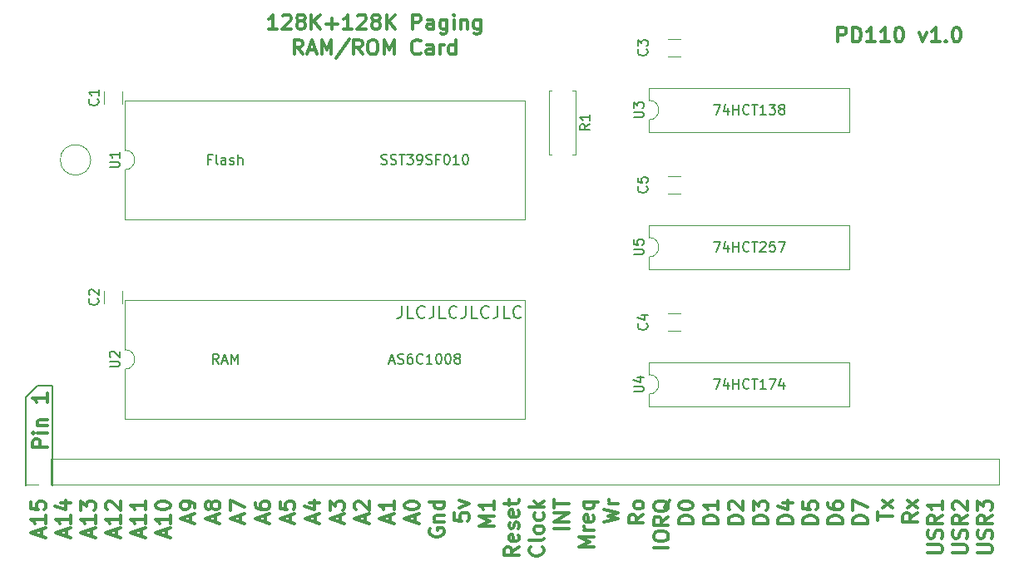
<source format=gbr>
%TF.GenerationSoftware,KiCad,Pcbnew,(5.1.9)-1*%
%TF.CreationDate,2021-04-04T21:48:06-07:00*%
%TF.ProjectId,rc-256page,72632d32-3536-4706-9167-652e6b696361,rev?*%
%TF.SameCoordinates,PX9157080PY9071968*%
%TF.FileFunction,Legend,Top*%
%TF.FilePolarity,Positive*%
%FSLAX46Y46*%
G04 Gerber Fmt 4.6, Leading zero omitted, Abs format (unit mm)*
G04 Created by KiCad (PCBNEW (5.1.9)-1) date 2021-04-04 21:48:06*
%MOMM*%
%LPD*%
G01*
G04 APERTURE LIST*
%ADD10C,0.300000*%
%ADD11C,0.150000*%
%ADD12C,0.200000*%
%ADD13C,0.120000*%
%ADD14C,0.100000*%
G04 APERTURE END LIST*
D10*
X82685714Y45371629D02*
X82685714Y46871629D01*
X83257142Y46871629D01*
X83400000Y46800200D01*
X83471428Y46728772D01*
X83542857Y46585915D01*
X83542857Y46371629D01*
X83471428Y46228772D01*
X83400000Y46157343D01*
X83257142Y46085915D01*
X82685714Y46085915D01*
X84185714Y45371629D02*
X84185714Y46871629D01*
X84542857Y46871629D01*
X84757142Y46800200D01*
X84900000Y46657343D01*
X84971428Y46514486D01*
X85042857Y46228772D01*
X85042857Y46014486D01*
X84971428Y45728772D01*
X84900000Y45585915D01*
X84757142Y45443058D01*
X84542857Y45371629D01*
X84185714Y45371629D01*
X86471428Y45371629D02*
X85614285Y45371629D01*
X86042857Y45371629D02*
X86042857Y46871629D01*
X85900000Y46657343D01*
X85757142Y46514486D01*
X85614285Y46443058D01*
X87900000Y45371629D02*
X87042857Y45371629D01*
X87471428Y45371629D02*
X87471428Y46871629D01*
X87328571Y46657343D01*
X87185714Y46514486D01*
X87042857Y46443058D01*
X88828571Y46871629D02*
X88971428Y46871629D01*
X89114285Y46800200D01*
X89185714Y46728772D01*
X89257142Y46585915D01*
X89328571Y46300200D01*
X89328571Y45943058D01*
X89257142Y45657343D01*
X89185714Y45514486D01*
X89114285Y45443058D01*
X88971428Y45371629D01*
X88828571Y45371629D01*
X88685714Y45443058D01*
X88614285Y45514486D01*
X88542857Y45657343D01*
X88471428Y45943058D01*
X88471428Y46300200D01*
X88542857Y46585915D01*
X88614285Y46728772D01*
X88685714Y46800200D01*
X88828571Y46871629D01*
X90971428Y46371629D02*
X91328571Y45371629D01*
X91685714Y46371629D01*
X93042857Y45371629D02*
X92185714Y45371629D01*
X92614285Y45371629D02*
X92614285Y46871629D01*
X92471428Y46657343D01*
X92328571Y46514486D01*
X92185714Y46443058D01*
X93685714Y45514486D02*
X93757142Y45443058D01*
X93685714Y45371629D01*
X93614285Y45443058D01*
X93685714Y45514486D01*
X93685714Y45371629D01*
X94685714Y46871629D02*
X94828571Y46871629D01*
X94971428Y46800200D01*
X95042857Y46728772D01*
X95114285Y46585915D01*
X95185714Y46300200D01*
X95185714Y45943058D01*
X95114285Y45657343D01*
X95042857Y45514486D01*
X94971428Y45443058D01*
X94828571Y45371629D01*
X94685714Y45371629D01*
X94542857Y45443058D01*
X94471428Y45514486D01*
X94400000Y45657343D01*
X94328571Y45943058D01*
X94328571Y46300200D01*
X94400000Y46585915D01*
X94471428Y46728772D01*
X94542857Y46800200D01*
X94685714Y46871629D01*
D11*
X19629523Y12577820D02*
X19296190Y13054010D01*
X19058095Y12577820D02*
X19058095Y13577820D01*
X19439047Y13577820D01*
X19534285Y13530200D01*
X19581904Y13482581D01*
X19629523Y13387343D01*
X19629523Y13244486D01*
X19581904Y13149248D01*
X19534285Y13101629D01*
X19439047Y13054010D01*
X19058095Y13054010D01*
X20010476Y12863534D02*
X20486666Y12863534D01*
X19915238Y12577820D02*
X20248571Y13577820D01*
X20581904Y12577820D01*
X20915238Y12577820D02*
X20915238Y13577820D01*
X21248571Y12863534D01*
X21581904Y13577820D01*
X21581904Y12577820D01*
X18891428Y33421629D02*
X18558095Y33421629D01*
X18558095Y32897820D02*
X18558095Y33897820D01*
X19034285Y33897820D01*
X19558095Y32897820D02*
X19462857Y32945439D01*
X19415238Y33040677D01*
X19415238Y33897820D01*
X20367619Y32897820D02*
X20367619Y33421629D01*
X20320000Y33516867D01*
X20224761Y33564486D01*
X20034285Y33564486D01*
X19939047Y33516867D01*
X20367619Y32945439D02*
X20272380Y32897820D01*
X20034285Y32897820D01*
X19939047Y32945439D01*
X19891428Y33040677D01*
X19891428Y33135915D01*
X19939047Y33231153D01*
X20034285Y33278772D01*
X20272380Y33278772D01*
X20367619Y33326391D01*
X20796190Y32945439D02*
X20891428Y32897820D01*
X21081904Y32897820D01*
X21177142Y32945439D01*
X21224761Y33040677D01*
X21224761Y33088296D01*
X21177142Y33183534D01*
X21081904Y33231153D01*
X20939047Y33231153D01*
X20843809Y33278772D01*
X20796190Y33374010D01*
X20796190Y33421629D01*
X20843809Y33516867D01*
X20939047Y33564486D01*
X21081904Y33564486D01*
X21177142Y33516867D01*
X21653333Y32897820D02*
X21653333Y33897820D01*
X22081904Y32897820D02*
X22081904Y33421629D01*
X22034285Y33516867D01*
X21939047Y33564486D01*
X21796190Y33564486D01*
X21700952Y33516867D01*
X21653333Y33469248D01*
X38266309Y18488177D02*
X38266309Y17581034D01*
X38205833Y17399605D01*
X38084880Y17278653D01*
X37903452Y17218177D01*
X37782500Y17218177D01*
X39475833Y17218177D02*
X38871071Y17218177D01*
X38871071Y18488177D01*
X40624880Y17339129D02*
X40564404Y17278653D01*
X40382976Y17218177D01*
X40262023Y17218177D01*
X40080595Y17278653D01*
X39959642Y17399605D01*
X39899166Y17520558D01*
X39838690Y17762462D01*
X39838690Y17943891D01*
X39899166Y18185796D01*
X39959642Y18306748D01*
X40080595Y18427700D01*
X40262023Y18488177D01*
X40382976Y18488177D01*
X40564404Y18427700D01*
X40624880Y18367224D01*
X41532023Y18488177D02*
X41532023Y17581034D01*
X41471547Y17399605D01*
X41350595Y17278653D01*
X41169166Y17218177D01*
X41048214Y17218177D01*
X42741547Y17218177D02*
X42136785Y17218177D01*
X42136785Y18488177D01*
X43890595Y17339129D02*
X43830119Y17278653D01*
X43648690Y17218177D01*
X43527738Y17218177D01*
X43346309Y17278653D01*
X43225357Y17399605D01*
X43164880Y17520558D01*
X43104404Y17762462D01*
X43104404Y17943891D01*
X43164880Y18185796D01*
X43225357Y18306748D01*
X43346309Y18427700D01*
X43527738Y18488177D01*
X43648690Y18488177D01*
X43830119Y18427700D01*
X43890595Y18367224D01*
X44797738Y18488177D02*
X44797738Y17581034D01*
X44737261Y17399605D01*
X44616309Y17278653D01*
X44434880Y17218177D01*
X44313928Y17218177D01*
X46007261Y17218177D02*
X45402500Y17218177D01*
X45402500Y18488177D01*
X47156309Y17339129D02*
X47095833Y17278653D01*
X46914404Y17218177D01*
X46793452Y17218177D01*
X46612023Y17278653D01*
X46491071Y17399605D01*
X46430595Y17520558D01*
X46370119Y17762462D01*
X46370119Y17943891D01*
X46430595Y18185796D01*
X46491071Y18306748D01*
X46612023Y18427700D01*
X46793452Y18488177D01*
X46914404Y18488177D01*
X47095833Y18427700D01*
X47156309Y18367224D01*
X48063452Y18488177D02*
X48063452Y17581034D01*
X48002976Y17399605D01*
X47882023Y17278653D01*
X47700595Y17218177D01*
X47579642Y17218177D01*
X49272976Y17218177D02*
X48668214Y17218177D01*
X48668214Y18488177D01*
X50422023Y17339129D02*
X50361547Y17278653D01*
X50180119Y17218177D01*
X50059166Y17218177D01*
X49877738Y17278653D01*
X49756785Y17399605D01*
X49696309Y17520558D01*
X49635833Y17762462D01*
X49635833Y17943891D01*
X49696309Y18185796D01*
X49756785Y18306748D01*
X49877738Y18427700D01*
X50059166Y18488177D01*
X50180119Y18488177D01*
X50361547Y18427700D01*
X50422023Y18367224D01*
D10*
X25595714Y46646629D02*
X24738571Y46646629D01*
X25167142Y46646629D02*
X25167142Y48146629D01*
X25024285Y47932343D01*
X24881428Y47789486D01*
X24738571Y47718058D01*
X26167142Y48003772D02*
X26238571Y48075200D01*
X26381428Y48146629D01*
X26738571Y48146629D01*
X26881428Y48075200D01*
X26952857Y48003772D01*
X27024285Y47860915D01*
X27024285Y47718058D01*
X26952857Y47503772D01*
X26095714Y46646629D01*
X27024285Y46646629D01*
X27881428Y47503772D02*
X27738571Y47575200D01*
X27667142Y47646629D01*
X27595714Y47789486D01*
X27595714Y47860915D01*
X27667142Y48003772D01*
X27738571Y48075200D01*
X27881428Y48146629D01*
X28167142Y48146629D01*
X28310000Y48075200D01*
X28381428Y48003772D01*
X28452857Y47860915D01*
X28452857Y47789486D01*
X28381428Y47646629D01*
X28310000Y47575200D01*
X28167142Y47503772D01*
X27881428Y47503772D01*
X27738571Y47432343D01*
X27667142Y47360915D01*
X27595714Y47218058D01*
X27595714Y46932343D01*
X27667142Y46789486D01*
X27738571Y46718058D01*
X27881428Y46646629D01*
X28167142Y46646629D01*
X28310000Y46718058D01*
X28381428Y46789486D01*
X28452857Y46932343D01*
X28452857Y47218058D01*
X28381428Y47360915D01*
X28310000Y47432343D01*
X28167142Y47503772D01*
X29095714Y46646629D02*
X29095714Y48146629D01*
X29952857Y46646629D02*
X29310000Y47503772D01*
X29952857Y48146629D02*
X29095714Y47289486D01*
X30595714Y47218058D02*
X31738571Y47218058D01*
X31167142Y46646629D02*
X31167142Y47789486D01*
X33238571Y46646629D02*
X32381428Y46646629D01*
X32810000Y46646629D02*
X32810000Y48146629D01*
X32667142Y47932343D01*
X32524285Y47789486D01*
X32381428Y47718058D01*
X33810000Y48003772D02*
X33881428Y48075200D01*
X34024285Y48146629D01*
X34381428Y48146629D01*
X34524285Y48075200D01*
X34595714Y48003772D01*
X34667142Y47860915D01*
X34667142Y47718058D01*
X34595714Y47503772D01*
X33738571Y46646629D01*
X34667142Y46646629D01*
X35524285Y47503772D02*
X35381428Y47575200D01*
X35310000Y47646629D01*
X35238571Y47789486D01*
X35238571Y47860915D01*
X35310000Y48003772D01*
X35381428Y48075200D01*
X35524285Y48146629D01*
X35810000Y48146629D01*
X35952857Y48075200D01*
X36024285Y48003772D01*
X36095714Y47860915D01*
X36095714Y47789486D01*
X36024285Y47646629D01*
X35952857Y47575200D01*
X35810000Y47503772D01*
X35524285Y47503772D01*
X35381428Y47432343D01*
X35310000Y47360915D01*
X35238571Y47218058D01*
X35238571Y46932343D01*
X35310000Y46789486D01*
X35381428Y46718058D01*
X35524285Y46646629D01*
X35810000Y46646629D01*
X35952857Y46718058D01*
X36024285Y46789486D01*
X36095714Y46932343D01*
X36095714Y47218058D01*
X36024285Y47360915D01*
X35952857Y47432343D01*
X35810000Y47503772D01*
X36738571Y46646629D02*
X36738571Y48146629D01*
X37595714Y46646629D02*
X36952857Y47503772D01*
X37595714Y48146629D02*
X36738571Y47289486D01*
X39381428Y46646629D02*
X39381428Y48146629D01*
X39952857Y48146629D01*
X40095714Y48075200D01*
X40167142Y48003772D01*
X40238571Y47860915D01*
X40238571Y47646629D01*
X40167142Y47503772D01*
X40095714Y47432343D01*
X39952857Y47360915D01*
X39381428Y47360915D01*
X41524285Y46646629D02*
X41524285Y47432343D01*
X41452857Y47575200D01*
X41310000Y47646629D01*
X41024285Y47646629D01*
X40881428Y47575200D01*
X41524285Y46718058D02*
X41381428Y46646629D01*
X41024285Y46646629D01*
X40881428Y46718058D01*
X40810000Y46860915D01*
X40810000Y47003772D01*
X40881428Y47146629D01*
X41024285Y47218058D01*
X41381428Y47218058D01*
X41524285Y47289486D01*
X42881428Y47646629D02*
X42881428Y46432343D01*
X42810000Y46289486D01*
X42738571Y46218058D01*
X42595714Y46146629D01*
X42381428Y46146629D01*
X42238571Y46218058D01*
X42881428Y46718058D02*
X42738571Y46646629D01*
X42452857Y46646629D01*
X42310000Y46718058D01*
X42238571Y46789486D01*
X42167142Y46932343D01*
X42167142Y47360915D01*
X42238571Y47503772D01*
X42310000Y47575200D01*
X42452857Y47646629D01*
X42738571Y47646629D01*
X42881428Y47575200D01*
X43595714Y46646629D02*
X43595714Y47646629D01*
X43595714Y48146629D02*
X43524285Y48075200D01*
X43595714Y48003772D01*
X43667142Y48075200D01*
X43595714Y48146629D01*
X43595714Y48003772D01*
X44310000Y47646629D02*
X44310000Y46646629D01*
X44310000Y47503772D02*
X44381428Y47575200D01*
X44524285Y47646629D01*
X44738571Y47646629D01*
X44881428Y47575200D01*
X44952857Y47432343D01*
X44952857Y46646629D01*
X46310000Y47646629D02*
X46310000Y46432343D01*
X46238571Y46289486D01*
X46167142Y46218058D01*
X46024285Y46146629D01*
X45810000Y46146629D01*
X45667142Y46218058D01*
X46310000Y46718058D02*
X46167142Y46646629D01*
X45881428Y46646629D01*
X45738571Y46718058D01*
X45667142Y46789486D01*
X45595714Y46932343D01*
X45595714Y47360915D01*
X45667142Y47503772D01*
X45738571Y47575200D01*
X45881428Y47646629D01*
X46167142Y47646629D01*
X46310000Y47575200D01*
X28202857Y44096629D02*
X27702857Y44810915D01*
X27345714Y44096629D02*
X27345714Y45596629D01*
X27917142Y45596629D01*
X28060000Y45525200D01*
X28131428Y45453772D01*
X28202857Y45310915D01*
X28202857Y45096629D01*
X28131428Y44953772D01*
X28060000Y44882343D01*
X27917142Y44810915D01*
X27345714Y44810915D01*
X28774285Y44525200D02*
X29488571Y44525200D01*
X28631428Y44096629D02*
X29131428Y45596629D01*
X29631428Y44096629D01*
X30131428Y44096629D02*
X30131428Y45596629D01*
X30631428Y44525200D01*
X31131428Y45596629D01*
X31131428Y44096629D01*
X32917142Y45668058D02*
X31631428Y43739486D01*
X34274285Y44096629D02*
X33774285Y44810915D01*
X33417142Y44096629D02*
X33417142Y45596629D01*
X33988571Y45596629D01*
X34131428Y45525200D01*
X34202857Y45453772D01*
X34274285Y45310915D01*
X34274285Y45096629D01*
X34202857Y44953772D01*
X34131428Y44882343D01*
X33988571Y44810915D01*
X33417142Y44810915D01*
X35202857Y45596629D02*
X35488571Y45596629D01*
X35631428Y45525200D01*
X35774285Y45382343D01*
X35845714Y45096629D01*
X35845714Y44596629D01*
X35774285Y44310915D01*
X35631428Y44168058D01*
X35488571Y44096629D01*
X35202857Y44096629D01*
X35060000Y44168058D01*
X34917142Y44310915D01*
X34845714Y44596629D01*
X34845714Y45096629D01*
X34917142Y45382343D01*
X35060000Y45525200D01*
X35202857Y45596629D01*
X36488571Y44096629D02*
X36488571Y45596629D01*
X36988571Y44525200D01*
X37488571Y45596629D01*
X37488571Y44096629D01*
X40202857Y44239486D02*
X40131428Y44168058D01*
X39917142Y44096629D01*
X39774285Y44096629D01*
X39560000Y44168058D01*
X39417142Y44310915D01*
X39345714Y44453772D01*
X39274285Y44739486D01*
X39274285Y44953772D01*
X39345714Y45239486D01*
X39417142Y45382343D01*
X39560000Y45525200D01*
X39774285Y45596629D01*
X39917142Y45596629D01*
X40131428Y45525200D01*
X40202857Y45453772D01*
X41488571Y44096629D02*
X41488571Y44882343D01*
X41417142Y45025200D01*
X41274285Y45096629D01*
X40988571Y45096629D01*
X40845714Y45025200D01*
X41488571Y44168058D02*
X41345714Y44096629D01*
X40988571Y44096629D01*
X40845714Y44168058D01*
X40774285Y44310915D01*
X40774285Y44453772D01*
X40845714Y44596629D01*
X40988571Y44668058D01*
X41345714Y44668058D01*
X41488571Y44739486D01*
X42202857Y44096629D02*
X42202857Y45096629D01*
X42202857Y44810915D02*
X42274285Y44953772D01*
X42345714Y45025200D01*
X42488571Y45096629D01*
X42631428Y45096629D01*
X43774285Y44096629D02*
X43774285Y45596629D01*
X43774285Y44168058D02*
X43631428Y44096629D01*
X43345714Y44096629D01*
X43202857Y44168058D01*
X43131428Y44239486D01*
X43060000Y44382343D01*
X43060000Y44810915D01*
X43131428Y44953772D01*
X43202857Y45025200D01*
X43345714Y45096629D01*
X43631428Y45096629D01*
X43774285Y45025200D01*
X1613333Y-4991942D02*
X1613333Y-4277657D01*
X2039047Y-5134800D02*
X549047Y-4634800D01*
X2039047Y-4134800D01*
X2039047Y-2849085D02*
X2039047Y-3706228D01*
X2039047Y-3277657D02*
X549047Y-3277657D01*
X761904Y-3420514D01*
X903809Y-3563371D01*
X974761Y-3706228D01*
X549047Y-1491942D02*
X549047Y-2206228D01*
X1258571Y-2277657D01*
X1187619Y-2206228D01*
X1116666Y-2063371D01*
X1116666Y-1706228D01*
X1187619Y-1563371D01*
X1258571Y-1491942D01*
X1400476Y-1420514D01*
X1755238Y-1420514D01*
X1897142Y-1491942D01*
X1968095Y-1563371D01*
X2039047Y-1706228D01*
X2039047Y-2063371D01*
X1968095Y-2206228D01*
X1897142Y-2277657D01*
X4148333Y-4991942D02*
X4148333Y-4277657D01*
X4574047Y-5134800D02*
X3084047Y-4634800D01*
X4574047Y-4134800D01*
X4574047Y-2849085D02*
X4574047Y-3706228D01*
X4574047Y-3277657D02*
X3084047Y-3277657D01*
X3296904Y-3420514D01*
X3438809Y-3563371D01*
X3509761Y-3706228D01*
X3580714Y-1563371D02*
X4574047Y-1563371D01*
X3013095Y-1920514D02*
X4077380Y-2277657D01*
X4077380Y-1349085D01*
X6683333Y-4991942D02*
X6683333Y-4277657D01*
X7109047Y-5134800D02*
X5619047Y-4634800D01*
X7109047Y-4134800D01*
X7109047Y-2849085D02*
X7109047Y-3706228D01*
X7109047Y-3277657D02*
X5619047Y-3277657D01*
X5831904Y-3420514D01*
X5973809Y-3563371D01*
X6044761Y-3706228D01*
X5619047Y-2349085D02*
X5619047Y-1420514D01*
X6186666Y-1920514D01*
X6186666Y-1706228D01*
X6257619Y-1563371D01*
X6328571Y-1491942D01*
X6470476Y-1420514D01*
X6825238Y-1420514D01*
X6967142Y-1491942D01*
X7038095Y-1563371D01*
X7109047Y-1706228D01*
X7109047Y-2134800D01*
X7038095Y-2277657D01*
X6967142Y-2349085D01*
X9218333Y-4991942D02*
X9218333Y-4277657D01*
X9644047Y-5134800D02*
X8154047Y-4634800D01*
X9644047Y-4134800D01*
X9644047Y-2849085D02*
X9644047Y-3706228D01*
X9644047Y-3277657D02*
X8154047Y-3277657D01*
X8366904Y-3420514D01*
X8508809Y-3563371D01*
X8579761Y-3706228D01*
X8295952Y-2277657D02*
X8225000Y-2206228D01*
X8154047Y-2063371D01*
X8154047Y-1706228D01*
X8225000Y-1563371D01*
X8295952Y-1491942D01*
X8437857Y-1420514D01*
X8579761Y-1420514D01*
X8792619Y-1491942D01*
X9644047Y-2349085D01*
X9644047Y-1420514D01*
X11753333Y-4991942D02*
X11753333Y-4277657D01*
X12179047Y-5134800D02*
X10689047Y-4634800D01*
X12179047Y-4134800D01*
X12179047Y-2849085D02*
X12179047Y-3706228D01*
X12179047Y-3277657D02*
X10689047Y-3277657D01*
X10901904Y-3420514D01*
X11043809Y-3563371D01*
X11114761Y-3706228D01*
X12179047Y-1420514D02*
X12179047Y-2277657D01*
X12179047Y-1849085D02*
X10689047Y-1849085D01*
X10901904Y-1991942D01*
X11043809Y-2134800D01*
X11114761Y-2277657D01*
X14288333Y-4991942D02*
X14288333Y-4277657D01*
X14714047Y-5134800D02*
X13224047Y-4634800D01*
X14714047Y-4134800D01*
X14714047Y-2849085D02*
X14714047Y-3706228D01*
X14714047Y-3277657D02*
X13224047Y-3277657D01*
X13436904Y-3420514D01*
X13578809Y-3563371D01*
X13649761Y-3706228D01*
X13224047Y-1920514D02*
X13224047Y-1777657D01*
X13295000Y-1634800D01*
X13365952Y-1563371D01*
X13507857Y-1491942D01*
X13791666Y-1420514D01*
X14146428Y-1420514D01*
X14430238Y-1491942D01*
X14572142Y-1563371D01*
X14643095Y-1634800D01*
X14714047Y-1777657D01*
X14714047Y-1920514D01*
X14643095Y-2063371D01*
X14572142Y-2134800D01*
X14430238Y-2206228D01*
X14146428Y-2277657D01*
X13791666Y-2277657D01*
X13507857Y-2206228D01*
X13365952Y-2134800D01*
X13295000Y-2063371D01*
X13224047Y-1920514D01*
X16823333Y-3563371D02*
X16823333Y-2849085D01*
X17249047Y-3706228D02*
X15759047Y-3206228D01*
X17249047Y-2706228D01*
X17249047Y-2134800D02*
X17249047Y-1849085D01*
X17178095Y-1706228D01*
X17107142Y-1634800D01*
X16894285Y-1491942D01*
X16610476Y-1420514D01*
X16042857Y-1420514D01*
X15900952Y-1491942D01*
X15830000Y-1563371D01*
X15759047Y-1706228D01*
X15759047Y-1991942D01*
X15830000Y-2134800D01*
X15900952Y-2206228D01*
X16042857Y-2277657D01*
X16397619Y-2277657D01*
X16539523Y-2206228D01*
X16610476Y-2134800D01*
X16681428Y-1991942D01*
X16681428Y-1706228D01*
X16610476Y-1563371D01*
X16539523Y-1491942D01*
X16397619Y-1420514D01*
X19358333Y-3563371D02*
X19358333Y-2849085D01*
X19784047Y-3706228D02*
X18294047Y-3206228D01*
X19784047Y-2706228D01*
X18932619Y-1991942D02*
X18861666Y-2134800D01*
X18790714Y-2206228D01*
X18648809Y-2277657D01*
X18577857Y-2277657D01*
X18435952Y-2206228D01*
X18365000Y-2134800D01*
X18294047Y-1991942D01*
X18294047Y-1706228D01*
X18365000Y-1563371D01*
X18435952Y-1491942D01*
X18577857Y-1420514D01*
X18648809Y-1420514D01*
X18790714Y-1491942D01*
X18861666Y-1563371D01*
X18932619Y-1706228D01*
X18932619Y-1991942D01*
X19003571Y-2134800D01*
X19074523Y-2206228D01*
X19216428Y-2277657D01*
X19500238Y-2277657D01*
X19642142Y-2206228D01*
X19713095Y-2134800D01*
X19784047Y-1991942D01*
X19784047Y-1706228D01*
X19713095Y-1563371D01*
X19642142Y-1491942D01*
X19500238Y-1420514D01*
X19216428Y-1420514D01*
X19074523Y-1491942D01*
X19003571Y-1563371D01*
X18932619Y-1706228D01*
X21893333Y-3563371D02*
X21893333Y-2849085D01*
X22319047Y-3706228D02*
X20829047Y-3206228D01*
X22319047Y-2706228D01*
X20829047Y-2349085D02*
X20829047Y-1349085D01*
X22319047Y-1991942D01*
X24428333Y-3563371D02*
X24428333Y-2849085D01*
X24854047Y-3706228D02*
X23364047Y-3206228D01*
X24854047Y-2706228D01*
X23364047Y-1563371D02*
X23364047Y-1849085D01*
X23435000Y-1991942D01*
X23505952Y-2063371D01*
X23718809Y-2206228D01*
X24002619Y-2277657D01*
X24570238Y-2277657D01*
X24712142Y-2206228D01*
X24783095Y-2134800D01*
X24854047Y-1991942D01*
X24854047Y-1706228D01*
X24783095Y-1563371D01*
X24712142Y-1491942D01*
X24570238Y-1420514D01*
X24215476Y-1420514D01*
X24073571Y-1491942D01*
X24002619Y-1563371D01*
X23931666Y-1706228D01*
X23931666Y-1991942D01*
X24002619Y-2134800D01*
X24073571Y-2206228D01*
X24215476Y-2277657D01*
X26963333Y-3563371D02*
X26963333Y-2849085D01*
X27389047Y-3706228D02*
X25899047Y-3206228D01*
X27389047Y-2706228D01*
X25899047Y-1491942D02*
X25899047Y-2206228D01*
X26608571Y-2277657D01*
X26537619Y-2206228D01*
X26466666Y-2063371D01*
X26466666Y-1706228D01*
X26537619Y-1563371D01*
X26608571Y-1491942D01*
X26750476Y-1420514D01*
X27105238Y-1420514D01*
X27247142Y-1491942D01*
X27318095Y-1563371D01*
X27389047Y-1706228D01*
X27389047Y-2063371D01*
X27318095Y-2206228D01*
X27247142Y-2277657D01*
X29498333Y-3563371D02*
X29498333Y-2849085D01*
X29924047Y-3706228D02*
X28434047Y-3206228D01*
X29924047Y-2706228D01*
X28930714Y-1563371D02*
X29924047Y-1563371D01*
X28363095Y-1920514D02*
X29427380Y-2277657D01*
X29427380Y-1349085D01*
X32033333Y-3563371D02*
X32033333Y-2849085D01*
X32459047Y-3706228D02*
X30969047Y-3206228D01*
X32459047Y-2706228D01*
X30969047Y-2349085D02*
X30969047Y-1420514D01*
X31536666Y-1920514D01*
X31536666Y-1706228D01*
X31607619Y-1563371D01*
X31678571Y-1491942D01*
X31820476Y-1420514D01*
X32175238Y-1420514D01*
X32317142Y-1491942D01*
X32388095Y-1563371D01*
X32459047Y-1706228D01*
X32459047Y-2134800D01*
X32388095Y-2277657D01*
X32317142Y-2349085D01*
X34568333Y-3563371D02*
X34568333Y-2849085D01*
X34994047Y-3706228D02*
X33504047Y-3206228D01*
X34994047Y-2706228D01*
X33645952Y-2277657D02*
X33575000Y-2206228D01*
X33504047Y-2063371D01*
X33504047Y-1706228D01*
X33575000Y-1563371D01*
X33645952Y-1491942D01*
X33787857Y-1420514D01*
X33929761Y-1420514D01*
X34142619Y-1491942D01*
X34994047Y-2349085D01*
X34994047Y-1420514D01*
X37103333Y-3563371D02*
X37103333Y-2849085D01*
X37529047Y-3706228D02*
X36039047Y-3206228D01*
X37529047Y-2706228D01*
X37529047Y-1420514D02*
X37529047Y-2277657D01*
X37529047Y-1849085D02*
X36039047Y-1849085D01*
X36251904Y-1991942D01*
X36393809Y-2134800D01*
X36464761Y-2277657D01*
X39638333Y-3563371D02*
X39638333Y-2849085D01*
X40064047Y-3706228D02*
X38574047Y-3206228D01*
X40064047Y-2706228D01*
X38574047Y-1920514D02*
X38574047Y-1777657D01*
X38645000Y-1634800D01*
X38715952Y-1563371D01*
X38857857Y-1491942D01*
X39141666Y-1420514D01*
X39496428Y-1420514D01*
X39780238Y-1491942D01*
X39922142Y-1563371D01*
X39993095Y-1634800D01*
X40064047Y-1777657D01*
X40064047Y-1920514D01*
X39993095Y-2063371D01*
X39922142Y-2134800D01*
X39780238Y-2206228D01*
X39496428Y-2277657D01*
X39141666Y-2277657D01*
X38857857Y-2206228D01*
X38715952Y-2134800D01*
X38645000Y-2063371D01*
X38574047Y-1920514D01*
X41180000Y-4206228D02*
X41109047Y-4349085D01*
X41109047Y-4563371D01*
X41180000Y-4777657D01*
X41321904Y-4920514D01*
X41463809Y-4991942D01*
X41747619Y-5063371D01*
X41960476Y-5063371D01*
X42244285Y-4991942D01*
X42386190Y-4920514D01*
X42528095Y-4777657D01*
X42599047Y-4563371D01*
X42599047Y-4420514D01*
X42528095Y-4206228D01*
X42457142Y-4134800D01*
X41960476Y-4134800D01*
X41960476Y-4420514D01*
X41605714Y-3491942D02*
X42599047Y-3491942D01*
X41747619Y-3491942D02*
X41676666Y-3420514D01*
X41605714Y-3277657D01*
X41605714Y-3063371D01*
X41676666Y-2920514D01*
X41818571Y-2849085D01*
X42599047Y-2849085D01*
X42599047Y-1491942D02*
X41109047Y-1491942D01*
X42528095Y-1491942D02*
X42599047Y-1634800D01*
X42599047Y-1920514D01*
X42528095Y-2063371D01*
X42457142Y-2134800D01*
X42315238Y-2206228D01*
X41889523Y-2206228D01*
X41747619Y-2134800D01*
X41676666Y-2063371D01*
X41605714Y-1920514D01*
X41605714Y-1634800D01*
X41676666Y-1491942D01*
X43644047Y-2634800D02*
X43644047Y-3349085D01*
X44353571Y-3420514D01*
X44282619Y-3349085D01*
X44211666Y-3206228D01*
X44211666Y-2849085D01*
X44282619Y-2706228D01*
X44353571Y-2634800D01*
X44495476Y-2563371D01*
X44850238Y-2563371D01*
X44992142Y-2634800D01*
X45063095Y-2706228D01*
X45134047Y-2849085D01*
X45134047Y-3206228D01*
X45063095Y-3349085D01*
X44992142Y-3420514D01*
X44140714Y-2063371D02*
X45134047Y-1706228D01*
X44140714Y-1349085D01*
X47669047Y-3920514D02*
X46179047Y-3920514D01*
X47243333Y-3420514D01*
X46179047Y-2920514D01*
X47669047Y-2920514D01*
X47669047Y-1420514D02*
X47669047Y-2277657D01*
X47669047Y-1849085D02*
X46179047Y-1849085D01*
X46391904Y-1991942D01*
X46533809Y-2134800D01*
X46604761Y-2277657D01*
X50204047Y-6063371D02*
X49494523Y-6563371D01*
X50204047Y-6920514D02*
X48714047Y-6920514D01*
X48714047Y-6349085D01*
X48785000Y-6206228D01*
X48855952Y-6134800D01*
X48997857Y-6063371D01*
X49210714Y-6063371D01*
X49352619Y-6134800D01*
X49423571Y-6206228D01*
X49494523Y-6349085D01*
X49494523Y-6920514D01*
X50133095Y-4849085D02*
X50204047Y-4991942D01*
X50204047Y-5277657D01*
X50133095Y-5420514D01*
X49991190Y-5491942D01*
X49423571Y-5491942D01*
X49281666Y-5420514D01*
X49210714Y-5277657D01*
X49210714Y-4991942D01*
X49281666Y-4849085D01*
X49423571Y-4777657D01*
X49565476Y-4777657D01*
X49707380Y-5491942D01*
X50133095Y-4206228D02*
X50204047Y-4063371D01*
X50204047Y-3777657D01*
X50133095Y-3634800D01*
X49991190Y-3563371D01*
X49920238Y-3563371D01*
X49778333Y-3634800D01*
X49707380Y-3777657D01*
X49707380Y-3991942D01*
X49636428Y-4134800D01*
X49494523Y-4206228D01*
X49423571Y-4206228D01*
X49281666Y-4134800D01*
X49210714Y-3991942D01*
X49210714Y-3777657D01*
X49281666Y-3634800D01*
X50133095Y-2349085D02*
X50204047Y-2491942D01*
X50204047Y-2777657D01*
X50133095Y-2920514D01*
X49991190Y-2991942D01*
X49423571Y-2991942D01*
X49281666Y-2920514D01*
X49210714Y-2777657D01*
X49210714Y-2491942D01*
X49281666Y-2349085D01*
X49423571Y-2277657D01*
X49565476Y-2277657D01*
X49707380Y-2991942D01*
X49210714Y-1849085D02*
X49210714Y-1277657D01*
X48714047Y-1634800D02*
X49991190Y-1634800D01*
X50133095Y-1563371D01*
X50204047Y-1420514D01*
X50204047Y-1277657D01*
X52597142Y-6063371D02*
X52668095Y-6134800D01*
X52739047Y-6349085D01*
X52739047Y-6491942D01*
X52668095Y-6706228D01*
X52526190Y-6849085D01*
X52384285Y-6920514D01*
X52100476Y-6991942D01*
X51887619Y-6991942D01*
X51603809Y-6920514D01*
X51461904Y-6849085D01*
X51320000Y-6706228D01*
X51249047Y-6491942D01*
X51249047Y-6349085D01*
X51320000Y-6134800D01*
X51390952Y-6063371D01*
X52739047Y-5206228D02*
X52668095Y-5349085D01*
X52526190Y-5420514D01*
X51249047Y-5420514D01*
X52739047Y-4420514D02*
X52668095Y-4563371D01*
X52597142Y-4634800D01*
X52455238Y-4706228D01*
X52029523Y-4706228D01*
X51887619Y-4634800D01*
X51816666Y-4563371D01*
X51745714Y-4420514D01*
X51745714Y-4206228D01*
X51816666Y-4063371D01*
X51887619Y-3991942D01*
X52029523Y-3920514D01*
X52455238Y-3920514D01*
X52597142Y-3991942D01*
X52668095Y-4063371D01*
X52739047Y-4206228D01*
X52739047Y-4420514D01*
X52668095Y-2634800D02*
X52739047Y-2777657D01*
X52739047Y-3063371D01*
X52668095Y-3206228D01*
X52597142Y-3277657D01*
X52455238Y-3349085D01*
X52029523Y-3349085D01*
X51887619Y-3277657D01*
X51816666Y-3206228D01*
X51745714Y-3063371D01*
X51745714Y-2777657D01*
X51816666Y-2634800D01*
X52739047Y-1991942D02*
X51249047Y-1991942D01*
X52171428Y-1849085D02*
X52739047Y-1420514D01*
X51745714Y-1420514D02*
X52313333Y-1991942D01*
X55274047Y-4206228D02*
X53784047Y-4206228D01*
X55274047Y-3491942D02*
X53784047Y-3491942D01*
X55274047Y-2634800D01*
X53784047Y-2634800D01*
X53784047Y-2134800D02*
X53784047Y-1277657D01*
X55274047Y-1706228D02*
X53784047Y-1706228D01*
X57809047Y-6063371D02*
X56319047Y-6063371D01*
X57383333Y-5563371D01*
X56319047Y-5063371D01*
X57809047Y-5063371D01*
X57809047Y-4349085D02*
X56815714Y-4349085D01*
X57099523Y-4349085D02*
X56957619Y-4277657D01*
X56886666Y-4206228D01*
X56815714Y-4063371D01*
X56815714Y-3920514D01*
X57738095Y-2849085D02*
X57809047Y-2991942D01*
X57809047Y-3277657D01*
X57738095Y-3420514D01*
X57596190Y-3491942D01*
X57028571Y-3491942D01*
X56886666Y-3420514D01*
X56815714Y-3277657D01*
X56815714Y-2991942D01*
X56886666Y-2849085D01*
X57028571Y-2777657D01*
X57170476Y-2777657D01*
X57312380Y-3491942D01*
X56815714Y-1491942D02*
X58305714Y-1491942D01*
X57738095Y-1491942D02*
X57809047Y-1634800D01*
X57809047Y-1920514D01*
X57738095Y-2063371D01*
X57667142Y-2134800D01*
X57525238Y-2206228D01*
X57099523Y-2206228D01*
X56957619Y-2134800D01*
X56886666Y-2063371D01*
X56815714Y-1920514D01*
X56815714Y-1634800D01*
X56886666Y-1491942D01*
X58854047Y-3563371D02*
X60344047Y-3206228D01*
X59279761Y-2920514D01*
X60344047Y-2634800D01*
X58854047Y-2277657D01*
X60344047Y-1706228D02*
X59350714Y-1706228D01*
X59634523Y-1706228D02*
X59492619Y-1634800D01*
X59421666Y-1563371D01*
X59350714Y-1420514D01*
X59350714Y-1277657D01*
X62879047Y-2777657D02*
X62169523Y-3277657D01*
X62879047Y-3634800D02*
X61389047Y-3634800D01*
X61389047Y-3063371D01*
X61460000Y-2920514D01*
X61530952Y-2849085D01*
X61672857Y-2777657D01*
X61885714Y-2777657D01*
X62027619Y-2849085D01*
X62098571Y-2920514D01*
X62169523Y-3063371D01*
X62169523Y-3634800D01*
X62879047Y-1920514D02*
X62808095Y-2063371D01*
X62737142Y-2134800D01*
X62595238Y-2206228D01*
X62169523Y-2206228D01*
X62027619Y-2134800D01*
X61956666Y-2063371D01*
X61885714Y-1920514D01*
X61885714Y-1706228D01*
X61956666Y-1563371D01*
X62027619Y-1491942D01*
X62169523Y-1420514D01*
X62595238Y-1420514D01*
X62737142Y-1491942D01*
X62808095Y-1563371D01*
X62879047Y-1706228D01*
X62879047Y-1920514D01*
X65414047Y-6134800D02*
X63924047Y-6134800D01*
X63924047Y-5134800D02*
X63924047Y-4849085D01*
X63995000Y-4706228D01*
X64136904Y-4563371D01*
X64420714Y-4491942D01*
X64917380Y-4491942D01*
X65201190Y-4563371D01*
X65343095Y-4706228D01*
X65414047Y-4849085D01*
X65414047Y-5134800D01*
X65343095Y-5277657D01*
X65201190Y-5420514D01*
X64917380Y-5491942D01*
X64420714Y-5491942D01*
X64136904Y-5420514D01*
X63995000Y-5277657D01*
X63924047Y-5134800D01*
X65414047Y-2991942D02*
X64704523Y-3491942D01*
X65414047Y-3849085D02*
X63924047Y-3849085D01*
X63924047Y-3277657D01*
X63995000Y-3134800D01*
X64065952Y-3063371D01*
X64207857Y-2991942D01*
X64420714Y-2991942D01*
X64562619Y-3063371D01*
X64633571Y-3134800D01*
X64704523Y-3277657D01*
X64704523Y-3849085D01*
X65555952Y-1349085D02*
X65485000Y-1491942D01*
X65343095Y-1634800D01*
X65130238Y-1849085D01*
X65059285Y-1991942D01*
X65059285Y-2134800D01*
X65414047Y-2063371D02*
X65343095Y-2206228D01*
X65201190Y-2349085D01*
X64917380Y-2420514D01*
X64420714Y-2420514D01*
X64136904Y-2349085D01*
X63995000Y-2206228D01*
X63924047Y-2063371D01*
X63924047Y-1777657D01*
X63995000Y-1634800D01*
X64136904Y-1491942D01*
X64420714Y-1420514D01*
X64917380Y-1420514D01*
X65201190Y-1491942D01*
X65343095Y-1634800D01*
X65414047Y-1777657D01*
X65414047Y-2063371D01*
X67949047Y-3706228D02*
X66459047Y-3706228D01*
X66459047Y-3349085D01*
X66530000Y-3134800D01*
X66671904Y-2991942D01*
X66813809Y-2920514D01*
X67097619Y-2849085D01*
X67310476Y-2849085D01*
X67594285Y-2920514D01*
X67736190Y-2991942D01*
X67878095Y-3134800D01*
X67949047Y-3349085D01*
X67949047Y-3706228D01*
X66459047Y-1920514D02*
X66459047Y-1777657D01*
X66530000Y-1634800D01*
X66600952Y-1563371D01*
X66742857Y-1491942D01*
X67026666Y-1420514D01*
X67381428Y-1420514D01*
X67665238Y-1491942D01*
X67807142Y-1563371D01*
X67878095Y-1634800D01*
X67949047Y-1777657D01*
X67949047Y-1920514D01*
X67878095Y-2063371D01*
X67807142Y-2134800D01*
X67665238Y-2206228D01*
X67381428Y-2277657D01*
X67026666Y-2277657D01*
X66742857Y-2206228D01*
X66600952Y-2134800D01*
X66530000Y-2063371D01*
X66459047Y-1920514D01*
X70484047Y-3706228D02*
X68994047Y-3706228D01*
X68994047Y-3349085D01*
X69065000Y-3134800D01*
X69206904Y-2991942D01*
X69348809Y-2920514D01*
X69632619Y-2849085D01*
X69845476Y-2849085D01*
X70129285Y-2920514D01*
X70271190Y-2991942D01*
X70413095Y-3134800D01*
X70484047Y-3349085D01*
X70484047Y-3706228D01*
X70484047Y-1420514D02*
X70484047Y-2277657D01*
X70484047Y-1849085D02*
X68994047Y-1849085D01*
X69206904Y-1991942D01*
X69348809Y-2134800D01*
X69419761Y-2277657D01*
X73019047Y-3706228D02*
X71529047Y-3706228D01*
X71529047Y-3349085D01*
X71600000Y-3134800D01*
X71741904Y-2991942D01*
X71883809Y-2920514D01*
X72167619Y-2849085D01*
X72380476Y-2849085D01*
X72664285Y-2920514D01*
X72806190Y-2991942D01*
X72948095Y-3134800D01*
X73019047Y-3349085D01*
X73019047Y-3706228D01*
X71670952Y-2277657D02*
X71600000Y-2206228D01*
X71529047Y-2063371D01*
X71529047Y-1706228D01*
X71600000Y-1563371D01*
X71670952Y-1491942D01*
X71812857Y-1420514D01*
X71954761Y-1420514D01*
X72167619Y-1491942D01*
X73019047Y-2349085D01*
X73019047Y-1420514D01*
X75554047Y-3706228D02*
X74064047Y-3706228D01*
X74064047Y-3349085D01*
X74135000Y-3134800D01*
X74276904Y-2991942D01*
X74418809Y-2920514D01*
X74702619Y-2849085D01*
X74915476Y-2849085D01*
X75199285Y-2920514D01*
X75341190Y-2991942D01*
X75483095Y-3134800D01*
X75554047Y-3349085D01*
X75554047Y-3706228D01*
X74064047Y-2349085D02*
X74064047Y-1420514D01*
X74631666Y-1920514D01*
X74631666Y-1706228D01*
X74702619Y-1563371D01*
X74773571Y-1491942D01*
X74915476Y-1420514D01*
X75270238Y-1420514D01*
X75412142Y-1491942D01*
X75483095Y-1563371D01*
X75554047Y-1706228D01*
X75554047Y-2134800D01*
X75483095Y-2277657D01*
X75412142Y-2349085D01*
X78089047Y-3706228D02*
X76599047Y-3706228D01*
X76599047Y-3349085D01*
X76670000Y-3134800D01*
X76811904Y-2991942D01*
X76953809Y-2920514D01*
X77237619Y-2849085D01*
X77450476Y-2849085D01*
X77734285Y-2920514D01*
X77876190Y-2991942D01*
X78018095Y-3134800D01*
X78089047Y-3349085D01*
X78089047Y-3706228D01*
X77095714Y-1563371D02*
X78089047Y-1563371D01*
X76528095Y-1920514D02*
X77592380Y-2277657D01*
X77592380Y-1349085D01*
X80624047Y-3706228D02*
X79134047Y-3706228D01*
X79134047Y-3349085D01*
X79205000Y-3134800D01*
X79346904Y-2991942D01*
X79488809Y-2920514D01*
X79772619Y-2849085D01*
X79985476Y-2849085D01*
X80269285Y-2920514D01*
X80411190Y-2991942D01*
X80553095Y-3134800D01*
X80624047Y-3349085D01*
X80624047Y-3706228D01*
X79134047Y-1491942D02*
X79134047Y-2206228D01*
X79843571Y-2277657D01*
X79772619Y-2206228D01*
X79701666Y-2063371D01*
X79701666Y-1706228D01*
X79772619Y-1563371D01*
X79843571Y-1491942D01*
X79985476Y-1420514D01*
X80340238Y-1420514D01*
X80482142Y-1491942D01*
X80553095Y-1563371D01*
X80624047Y-1706228D01*
X80624047Y-2063371D01*
X80553095Y-2206228D01*
X80482142Y-2277657D01*
X83159047Y-3706228D02*
X81669047Y-3706228D01*
X81669047Y-3349085D01*
X81740000Y-3134800D01*
X81881904Y-2991942D01*
X82023809Y-2920514D01*
X82307619Y-2849085D01*
X82520476Y-2849085D01*
X82804285Y-2920514D01*
X82946190Y-2991942D01*
X83088095Y-3134800D01*
X83159047Y-3349085D01*
X83159047Y-3706228D01*
X81669047Y-1563371D02*
X81669047Y-1849085D01*
X81740000Y-1991942D01*
X81810952Y-2063371D01*
X82023809Y-2206228D01*
X82307619Y-2277657D01*
X82875238Y-2277657D01*
X83017142Y-2206228D01*
X83088095Y-2134800D01*
X83159047Y-1991942D01*
X83159047Y-1706228D01*
X83088095Y-1563371D01*
X83017142Y-1491942D01*
X82875238Y-1420514D01*
X82520476Y-1420514D01*
X82378571Y-1491942D01*
X82307619Y-1563371D01*
X82236666Y-1706228D01*
X82236666Y-1991942D01*
X82307619Y-2134800D01*
X82378571Y-2206228D01*
X82520476Y-2277657D01*
X85694047Y-3706228D02*
X84204047Y-3706228D01*
X84204047Y-3349085D01*
X84275000Y-3134800D01*
X84416904Y-2991942D01*
X84558809Y-2920514D01*
X84842619Y-2849085D01*
X85055476Y-2849085D01*
X85339285Y-2920514D01*
X85481190Y-2991942D01*
X85623095Y-3134800D01*
X85694047Y-3349085D01*
X85694047Y-3706228D01*
X84204047Y-2349085D02*
X84204047Y-1349085D01*
X85694047Y-1991942D01*
X86739047Y-3349085D02*
X86739047Y-2491942D01*
X88229047Y-2920514D02*
X86739047Y-2920514D01*
X88229047Y-2134800D02*
X87235714Y-1349085D01*
X87235714Y-2134800D02*
X88229047Y-1349085D01*
X90764047Y-2634800D02*
X90054523Y-3134800D01*
X90764047Y-3491942D02*
X89274047Y-3491942D01*
X89274047Y-2920514D01*
X89345000Y-2777657D01*
X89415952Y-2706228D01*
X89557857Y-2634800D01*
X89770714Y-2634800D01*
X89912619Y-2706228D01*
X89983571Y-2777657D01*
X90054523Y-2920514D01*
X90054523Y-3491942D01*
X90764047Y-2134800D02*
X89770714Y-1349085D01*
X89770714Y-2134800D02*
X90764047Y-1349085D01*
X91809047Y-6706228D02*
X93015238Y-6706228D01*
X93157142Y-6634800D01*
X93228095Y-6563371D01*
X93299047Y-6420514D01*
X93299047Y-6134800D01*
X93228095Y-5991942D01*
X93157142Y-5920514D01*
X93015238Y-5849085D01*
X91809047Y-5849085D01*
X93228095Y-5206228D02*
X93299047Y-4991942D01*
X93299047Y-4634800D01*
X93228095Y-4491942D01*
X93157142Y-4420514D01*
X93015238Y-4349085D01*
X92873333Y-4349085D01*
X92731428Y-4420514D01*
X92660476Y-4491942D01*
X92589523Y-4634800D01*
X92518571Y-4920514D01*
X92447619Y-5063371D01*
X92376666Y-5134800D01*
X92234761Y-5206228D01*
X92092857Y-5206228D01*
X91950952Y-5134800D01*
X91880000Y-5063371D01*
X91809047Y-4920514D01*
X91809047Y-4563371D01*
X91880000Y-4349085D01*
X93299047Y-2849085D02*
X92589523Y-3349085D01*
X93299047Y-3706228D02*
X91809047Y-3706228D01*
X91809047Y-3134800D01*
X91880000Y-2991942D01*
X91950952Y-2920514D01*
X92092857Y-2849085D01*
X92305714Y-2849085D01*
X92447619Y-2920514D01*
X92518571Y-2991942D01*
X92589523Y-3134800D01*
X92589523Y-3706228D01*
X93299047Y-1420514D02*
X93299047Y-2277657D01*
X93299047Y-1849085D02*
X91809047Y-1849085D01*
X92021904Y-1991942D01*
X92163809Y-2134800D01*
X92234761Y-2277657D01*
X94344047Y-6706228D02*
X95550238Y-6706228D01*
X95692142Y-6634800D01*
X95763095Y-6563371D01*
X95834047Y-6420514D01*
X95834047Y-6134800D01*
X95763095Y-5991942D01*
X95692142Y-5920514D01*
X95550238Y-5849085D01*
X94344047Y-5849085D01*
X95763095Y-5206228D02*
X95834047Y-4991942D01*
X95834047Y-4634800D01*
X95763095Y-4491942D01*
X95692142Y-4420514D01*
X95550238Y-4349085D01*
X95408333Y-4349085D01*
X95266428Y-4420514D01*
X95195476Y-4491942D01*
X95124523Y-4634800D01*
X95053571Y-4920514D01*
X94982619Y-5063371D01*
X94911666Y-5134800D01*
X94769761Y-5206228D01*
X94627857Y-5206228D01*
X94485952Y-5134800D01*
X94415000Y-5063371D01*
X94344047Y-4920514D01*
X94344047Y-4563371D01*
X94415000Y-4349085D01*
X95834047Y-2849085D02*
X95124523Y-3349085D01*
X95834047Y-3706228D02*
X94344047Y-3706228D01*
X94344047Y-3134800D01*
X94415000Y-2991942D01*
X94485952Y-2920514D01*
X94627857Y-2849085D01*
X94840714Y-2849085D01*
X94982619Y-2920514D01*
X95053571Y-2991942D01*
X95124523Y-3134800D01*
X95124523Y-3706228D01*
X94485952Y-2277657D02*
X94415000Y-2206228D01*
X94344047Y-2063371D01*
X94344047Y-1706228D01*
X94415000Y-1563371D01*
X94485952Y-1491942D01*
X94627857Y-1420514D01*
X94769761Y-1420514D01*
X94982619Y-1491942D01*
X95834047Y-2349085D01*
X95834047Y-1420514D01*
X96879047Y-6706228D02*
X98085238Y-6706228D01*
X98227142Y-6634800D01*
X98298095Y-6563371D01*
X98369047Y-6420514D01*
X98369047Y-6134800D01*
X98298095Y-5991942D01*
X98227142Y-5920514D01*
X98085238Y-5849085D01*
X96879047Y-5849085D01*
X98298095Y-5206228D02*
X98369047Y-4991942D01*
X98369047Y-4634800D01*
X98298095Y-4491942D01*
X98227142Y-4420514D01*
X98085238Y-4349085D01*
X97943333Y-4349085D01*
X97801428Y-4420514D01*
X97730476Y-4491942D01*
X97659523Y-4634800D01*
X97588571Y-4920514D01*
X97517619Y-5063371D01*
X97446666Y-5134800D01*
X97304761Y-5206228D01*
X97162857Y-5206228D01*
X97020952Y-5134800D01*
X96950000Y-5063371D01*
X96879047Y-4920514D01*
X96879047Y-4563371D01*
X96950000Y-4349085D01*
X98369047Y-2849085D02*
X97659523Y-3349085D01*
X98369047Y-3706228D02*
X96879047Y-3706228D01*
X96879047Y-3134800D01*
X96950000Y-2991942D01*
X97020952Y-2920514D01*
X97162857Y-2849085D01*
X97375714Y-2849085D01*
X97517619Y-2920514D01*
X97588571Y-2991942D01*
X97659523Y-3134800D01*
X97659523Y-3706228D01*
X96879047Y-2349085D02*
X96879047Y-1420514D01*
X97446666Y-1920514D01*
X97446666Y-1706228D01*
X97517619Y-1563371D01*
X97588571Y-1491942D01*
X97730476Y-1420514D01*
X98085238Y-1420514D01*
X98227142Y-1491942D01*
X98298095Y-1563371D01*
X98369047Y-1706228D01*
X98369047Y-2134800D01*
X98298095Y-2277657D01*
X98227142Y-2349085D01*
D12*
X2743200Y10345420D02*
X2743200Y233680D01*
X1173480Y10345420D02*
X2743200Y10345420D01*
X-7620Y9164320D02*
X1173480Y10345420D01*
X-7620Y233680D02*
X-7620Y9164320D01*
D10*
X2207651Y4049735D02*
X707651Y4049735D01*
X707651Y4621163D01*
X779080Y4764020D01*
X850508Y4835449D01*
X993365Y4906878D01*
X1207651Y4906878D01*
X1350508Y4835449D01*
X1421937Y4764020D01*
X1493365Y4621163D01*
X1493365Y4049735D01*
X2207651Y5549735D02*
X1207651Y5549735D01*
X707651Y5549735D02*
X779080Y5478306D01*
X850508Y5549735D01*
X779080Y5621163D01*
X707651Y5549735D01*
X850508Y5549735D01*
X1207651Y6264020D02*
X2207651Y6264020D01*
X1350508Y6264020D02*
X1279080Y6335449D01*
X1207651Y6478306D01*
X1207651Y6692592D01*
X1279080Y6835449D01*
X1421937Y6906878D01*
X2207651Y6906878D01*
X2207651Y9549735D02*
X2207651Y8692592D01*
X2207651Y9121163D02*
X707651Y9121163D01*
X921937Y8978306D01*
X1064794Y8835449D01*
X1136222Y8692592D01*
D13*
%TO.C,U3*%
X63440000Y37430200D02*
X63440000Y36180200D01*
X63440000Y36180200D02*
X83880000Y36180200D01*
X83880000Y36180200D02*
X83880000Y40680200D01*
X83880000Y40680200D02*
X63440000Y40680200D01*
X63440000Y40680200D02*
X63440000Y39430200D01*
X63440000Y39430200D02*
G75*
G02*
X63440000Y37430200I0J-1000000D01*
G01*
%TO.C,U5*%
X63440000Y26710200D02*
X63440000Y25460200D01*
X83880000Y26710200D02*
X63440000Y26710200D01*
X83880000Y22210200D02*
X83880000Y26710200D01*
X63440000Y22210200D02*
X83880000Y22210200D01*
X63440000Y23460200D02*
X63440000Y22210200D01*
X63440000Y25460200D02*
G75*
G02*
X63440000Y23460200I0J-1000000D01*
G01*
%TO.C,R1*%
X53240000Y33890200D02*
X53570000Y33890200D01*
X53240000Y40430200D02*
X53240000Y33890200D01*
X53570000Y40430200D02*
X53240000Y40430200D01*
X55980000Y33890200D02*
X55650000Y33890200D01*
X55980000Y40430200D02*
X55980000Y33890200D01*
X55650000Y40430200D02*
X55980000Y40430200D01*
%TO.C,J1*%
X99120000Y270200D02*
X99120000Y2930200D01*
X2540000Y270200D02*
X99120000Y270200D01*
X2540000Y2930200D02*
X99120000Y2930200D01*
X2540000Y270200D02*
X2540000Y2930200D01*
X1270000Y270200D02*
X-60000Y270200D01*
X-60000Y270200D02*
X-60000Y1600200D01*
%TO.C,U1*%
X10100000Y39410200D02*
X10100000Y34350200D01*
X50860000Y39410200D02*
X10100000Y39410200D01*
X50860000Y27290200D02*
X50860000Y39410200D01*
X10100000Y27290200D02*
X50860000Y27290200D01*
X10100000Y32350200D02*
X10100000Y27290200D01*
X10100000Y34350200D02*
G75*
G02*
X10100000Y32350200I0J-1000000D01*
G01*
%TO.C,U4*%
X63440000Y9490200D02*
X63440000Y8240200D01*
X63440000Y8240200D02*
X83880000Y8240200D01*
X83880000Y8240200D02*
X83880000Y12740200D01*
X83880000Y12740200D02*
X63440000Y12740200D01*
X63440000Y12740200D02*
X63440000Y11490200D01*
X63440000Y11490200D02*
G75*
G02*
X63440000Y9490200I0J-1000000D01*
G01*
%TO.C,U2*%
X10100000Y12030200D02*
X10100000Y6970200D01*
X10100000Y6970200D02*
X50860000Y6970200D01*
X50860000Y6970200D02*
X50860000Y19090200D01*
X50860000Y19090200D02*
X10100000Y19090200D01*
X10100000Y19090200D02*
X10100000Y14030200D01*
X10100000Y14030200D02*
G75*
G02*
X10100000Y12030200I0J-1000000D01*
G01*
%TO.C,C5*%
X66649000Y29890200D02*
X65391000Y29890200D01*
X66649000Y31730200D02*
X65391000Y31730200D01*
%TO.C,C4*%
X66649000Y15920200D02*
X65391000Y15920200D01*
X66649000Y17760200D02*
X65391000Y17760200D01*
%TO.C,C3*%
X66649000Y43860200D02*
X65391000Y43860200D01*
X66649000Y45700200D02*
X65391000Y45700200D01*
%TO.C,C2*%
X9810000Y20029200D02*
X9810000Y18771200D01*
X7970000Y20029200D02*
X7970000Y18771200D01*
%TO.C,C1*%
X9810000Y40349200D02*
X9810000Y39091200D01*
X7970000Y40349200D02*
X7970000Y39091200D01*
%TD*%
D14*
%TO.C,*%
X6630000Y33350200D02*
G75*
G03*
X6630000Y33350200I-1550000J0D01*
G01*
%TD*%
%TO.C,U3*%
D11*
X61892380Y37668296D02*
X62701904Y37668296D01*
X62797142Y37715915D01*
X62844761Y37763534D01*
X62892380Y37858772D01*
X62892380Y38049248D01*
X62844761Y38144486D01*
X62797142Y38192105D01*
X62701904Y38239724D01*
X61892380Y38239724D01*
X61892380Y38620677D02*
X61892380Y39239724D01*
X62273333Y38906391D01*
X62273333Y39049248D01*
X62320952Y39144486D01*
X62368571Y39192105D01*
X62463809Y39239724D01*
X62701904Y39239724D01*
X62797142Y39192105D01*
X62844761Y39144486D01*
X62892380Y39049248D01*
X62892380Y38763534D01*
X62844761Y38668296D01*
X62797142Y38620677D01*
X70017142Y38977820D02*
X70683809Y38977820D01*
X70255238Y37977820D01*
X71493333Y38644486D02*
X71493333Y37977820D01*
X71255238Y39025439D02*
X71017142Y38311153D01*
X71636190Y38311153D01*
X72017142Y37977820D02*
X72017142Y38977820D01*
X72017142Y38501629D02*
X72588571Y38501629D01*
X72588571Y37977820D02*
X72588571Y38977820D01*
X73636190Y38073058D02*
X73588571Y38025439D01*
X73445714Y37977820D01*
X73350476Y37977820D01*
X73207619Y38025439D01*
X73112380Y38120677D01*
X73064761Y38215915D01*
X73017142Y38406391D01*
X73017142Y38549248D01*
X73064761Y38739724D01*
X73112380Y38834962D01*
X73207619Y38930200D01*
X73350476Y38977820D01*
X73445714Y38977820D01*
X73588571Y38930200D01*
X73636190Y38882581D01*
X73921904Y38977820D02*
X74493333Y38977820D01*
X74207619Y37977820D02*
X74207619Y38977820D01*
X75350476Y37977820D02*
X74779047Y37977820D01*
X75064761Y37977820D02*
X75064761Y38977820D01*
X74969523Y38834962D01*
X74874285Y38739724D01*
X74779047Y38692105D01*
X75683809Y38977820D02*
X76302857Y38977820D01*
X75969523Y38596867D01*
X76112380Y38596867D01*
X76207619Y38549248D01*
X76255238Y38501629D01*
X76302857Y38406391D01*
X76302857Y38168296D01*
X76255238Y38073058D01*
X76207619Y38025439D01*
X76112380Y37977820D01*
X75826666Y37977820D01*
X75731428Y38025439D01*
X75683809Y38073058D01*
X76874285Y38549248D02*
X76779047Y38596867D01*
X76731428Y38644486D01*
X76683809Y38739724D01*
X76683809Y38787343D01*
X76731428Y38882581D01*
X76779047Y38930200D01*
X76874285Y38977820D01*
X77064761Y38977820D01*
X77160000Y38930200D01*
X77207619Y38882581D01*
X77255238Y38787343D01*
X77255238Y38739724D01*
X77207619Y38644486D01*
X77160000Y38596867D01*
X77064761Y38549248D01*
X76874285Y38549248D01*
X76779047Y38501629D01*
X76731428Y38454010D01*
X76683809Y38358772D01*
X76683809Y38168296D01*
X76731428Y38073058D01*
X76779047Y38025439D01*
X76874285Y37977820D01*
X77064761Y37977820D01*
X77160000Y38025439D01*
X77207619Y38073058D01*
X77255238Y38168296D01*
X77255238Y38358772D01*
X77207619Y38454010D01*
X77160000Y38501629D01*
X77064761Y38549248D01*
%TO.C,U5*%
X61892380Y23698296D02*
X62701904Y23698296D01*
X62797142Y23745915D01*
X62844761Y23793534D01*
X62892380Y23888772D01*
X62892380Y24079248D01*
X62844761Y24174486D01*
X62797142Y24222105D01*
X62701904Y24269724D01*
X61892380Y24269724D01*
X61892380Y25222105D02*
X61892380Y24745915D01*
X62368571Y24698296D01*
X62320952Y24745915D01*
X62273333Y24841153D01*
X62273333Y25079248D01*
X62320952Y25174486D01*
X62368571Y25222105D01*
X62463809Y25269724D01*
X62701904Y25269724D01*
X62797142Y25222105D01*
X62844761Y25174486D01*
X62892380Y25079248D01*
X62892380Y24841153D01*
X62844761Y24745915D01*
X62797142Y24698296D01*
X70017142Y25007820D02*
X70683809Y25007820D01*
X70255238Y24007820D01*
X71493333Y24674486D02*
X71493333Y24007820D01*
X71255238Y25055439D02*
X71017142Y24341153D01*
X71636190Y24341153D01*
X72017142Y24007820D02*
X72017142Y25007820D01*
X72017142Y24531629D02*
X72588571Y24531629D01*
X72588571Y24007820D02*
X72588571Y25007820D01*
X73636190Y24103058D02*
X73588571Y24055439D01*
X73445714Y24007820D01*
X73350476Y24007820D01*
X73207619Y24055439D01*
X73112380Y24150677D01*
X73064761Y24245915D01*
X73017142Y24436391D01*
X73017142Y24579248D01*
X73064761Y24769724D01*
X73112380Y24864962D01*
X73207619Y24960200D01*
X73350476Y25007820D01*
X73445714Y25007820D01*
X73588571Y24960200D01*
X73636190Y24912581D01*
X73921904Y25007820D02*
X74493333Y25007820D01*
X74207619Y24007820D02*
X74207619Y25007820D01*
X74779047Y24912581D02*
X74826666Y24960200D01*
X74921904Y25007820D01*
X75160000Y25007820D01*
X75255238Y24960200D01*
X75302857Y24912581D01*
X75350476Y24817343D01*
X75350476Y24722105D01*
X75302857Y24579248D01*
X74731428Y24007820D01*
X75350476Y24007820D01*
X76255238Y25007820D02*
X75779047Y25007820D01*
X75731428Y24531629D01*
X75779047Y24579248D01*
X75874285Y24626867D01*
X76112380Y24626867D01*
X76207619Y24579248D01*
X76255238Y24531629D01*
X76302857Y24436391D01*
X76302857Y24198296D01*
X76255238Y24103058D01*
X76207619Y24055439D01*
X76112380Y24007820D01*
X75874285Y24007820D01*
X75779047Y24055439D01*
X75731428Y24103058D01*
X76636190Y25007820D02*
X77302857Y25007820D01*
X76874285Y24007820D01*
%TO.C,R1*%
X57432380Y36993534D02*
X56956190Y36660200D01*
X57432380Y36422105D02*
X56432380Y36422105D01*
X56432380Y36803058D01*
X56480000Y36898296D01*
X56527619Y36945915D01*
X56622857Y36993534D01*
X56765714Y36993534D01*
X56860952Y36945915D01*
X56908571Y36898296D01*
X56956190Y36803058D01*
X56956190Y36422105D01*
X57432380Y37945915D02*
X57432380Y37374486D01*
X57432380Y37660200D02*
X56432380Y37660200D01*
X56575238Y37564962D01*
X56670476Y37469724D01*
X56718095Y37374486D01*
%TO.C,U1*%
X8552380Y32588296D02*
X9361904Y32588296D01*
X9457142Y32635915D01*
X9504761Y32683534D01*
X9552380Y32778772D01*
X9552380Y32969248D01*
X9504761Y33064486D01*
X9457142Y33112105D01*
X9361904Y33159724D01*
X8552380Y33159724D01*
X9552380Y34159724D02*
X9552380Y33588296D01*
X9552380Y33874010D02*
X8552380Y33874010D01*
X8695238Y33778772D01*
X8790476Y33683534D01*
X8838095Y33588296D01*
X36211428Y32945439D02*
X36354285Y32897820D01*
X36592380Y32897820D01*
X36687619Y32945439D01*
X36735238Y32993058D01*
X36782857Y33088296D01*
X36782857Y33183534D01*
X36735238Y33278772D01*
X36687619Y33326391D01*
X36592380Y33374010D01*
X36401904Y33421629D01*
X36306666Y33469248D01*
X36259047Y33516867D01*
X36211428Y33612105D01*
X36211428Y33707343D01*
X36259047Y33802581D01*
X36306666Y33850200D01*
X36401904Y33897820D01*
X36640000Y33897820D01*
X36782857Y33850200D01*
X37163809Y32945439D02*
X37306666Y32897820D01*
X37544761Y32897820D01*
X37640000Y32945439D01*
X37687619Y32993058D01*
X37735238Y33088296D01*
X37735238Y33183534D01*
X37687619Y33278772D01*
X37640000Y33326391D01*
X37544761Y33374010D01*
X37354285Y33421629D01*
X37259047Y33469248D01*
X37211428Y33516867D01*
X37163809Y33612105D01*
X37163809Y33707343D01*
X37211428Y33802581D01*
X37259047Y33850200D01*
X37354285Y33897820D01*
X37592380Y33897820D01*
X37735238Y33850200D01*
X38020952Y33897820D02*
X38592380Y33897820D01*
X38306666Y32897820D02*
X38306666Y33897820D01*
X38830476Y33897820D02*
X39449523Y33897820D01*
X39116190Y33516867D01*
X39259047Y33516867D01*
X39354285Y33469248D01*
X39401904Y33421629D01*
X39449523Y33326391D01*
X39449523Y33088296D01*
X39401904Y32993058D01*
X39354285Y32945439D01*
X39259047Y32897820D01*
X38973333Y32897820D01*
X38878095Y32945439D01*
X38830476Y32993058D01*
X39925714Y32897820D02*
X40116190Y32897820D01*
X40211428Y32945439D01*
X40259047Y32993058D01*
X40354285Y33135915D01*
X40401904Y33326391D01*
X40401904Y33707343D01*
X40354285Y33802581D01*
X40306666Y33850200D01*
X40211428Y33897820D01*
X40020952Y33897820D01*
X39925714Y33850200D01*
X39878095Y33802581D01*
X39830476Y33707343D01*
X39830476Y33469248D01*
X39878095Y33374010D01*
X39925714Y33326391D01*
X40020952Y33278772D01*
X40211428Y33278772D01*
X40306666Y33326391D01*
X40354285Y33374010D01*
X40401904Y33469248D01*
X40782857Y32945439D02*
X40925714Y32897820D01*
X41163809Y32897820D01*
X41259047Y32945439D01*
X41306666Y32993058D01*
X41354285Y33088296D01*
X41354285Y33183534D01*
X41306666Y33278772D01*
X41259047Y33326391D01*
X41163809Y33374010D01*
X40973333Y33421629D01*
X40878095Y33469248D01*
X40830476Y33516867D01*
X40782857Y33612105D01*
X40782857Y33707343D01*
X40830476Y33802581D01*
X40878095Y33850200D01*
X40973333Y33897820D01*
X41211428Y33897820D01*
X41354285Y33850200D01*
X42116190Y33421629D02*
X41782857Y33421629D01*
X41782857Y32897820D02*
X41782857Y33897820D01*
X42259047Y33897820D01*
X42830476Y33897820D02*
X42925714Y33897820D01*
X43020952Y33850200D01*
X43068571Y33802581D01*
X43116190Y33707343D01*
X43163809Y33516867D01*
X43163809Y33278772D01*
X43116190Y33088296D01*
X43068571Y32993058D01*
X43020952Y32945439D01*
X42925714Y32897820D01*
X42830476Y32897820D01*
X42735238Y32945439D01*
X42687619Y32993058D01*
X42640000Y33088296D01*
X42592380Y33278772D01*
X42592380Y33516867D01*
X42640000Y33707343D01*
X42687619Y33802581D01*
X42735238Y33850200D01*
X42830476Y33897820D01*
X44116190Y32897820D02*
X43544761Y32897820D01*
X43830476Y32897820D02*
X43830476Y33897820D01*
X43735238Y33754962D01*
X43640000Y33659724D01*
X43544761Y33612105D01*
X44735238Y33897820D02*
X44830476Y33897820D01*
X44925714Y33850200D01*
X44973333Y33802581D01*
X45020952Y33707343D01*
X45068571Y33516867D01*
X45068571Y33278772D01*
X45020952Y33088296D01*
X44973333Y32993058D01*
X44925714Y32945439D01*
X44830476Y32897820D01*
X44735238Y32897820D01*
X44640000Y32945439D01*
X44592380Y32993058D01*
X44544761Y33088296D01*
X44497142Y33278772D01*
X44497142Y33516867D01*
X44544761Y33707343D01*
X44592380Y33802581D01*
X44640000Y33850200D01*
X44735238Y33897820D01*
%TO.C,U4*%
X61892380Y9728296D02*
X62701904Y9728296D01*
X62797142Y9775915D01*
X62844761Y9823534D01*
X62892380Y9918772D01*
X62892380Y10109248D01*
X62844761Y10204486D01*
X62797142Y10252105D01*
X62701904Y10299724D01*
X61892380Y10299724D01*
X62225714Y11204486D02*
X62892380Y11204486D01*
X61844761Y10966391D02*
X62559047Y10728296D01*
X62559047Y11347343D01*
X70017142Y11037820D02*
X70683809Y11037820D01*
X70255238Y10037820D01*
X71493333Y10704486D02*
X71493333Y10037820D01*
X71255238Y11085439D02*
X71017142Y10371153D01*
X71636190Y10371153D01*
X72017142Y10037820D02*
X72017142Y11037820D01*
X72017142Y10561629D02*
X72588571Y10561629D01*
X72588571Y10037820D02*
X72588571Y11037820D01*
X73636190Y10133058D02*
X73588571Y10085439D01*
X73445714Y10037820D01*
X73350476Y10037820D01*
X73207619Y10085439D01*
X73112380Y10180677D01*
X73064761Y10275915D01*
X73017142Y10466391D01*
X73017142Y10609248D01*
X73064761Y10799724D01*
X73112380Y10894962D01*
X73207619Y10990200D01*
X73350476Y11037820D01*
X73445714Y11037820D01*
X73588571Y10990200D01*
X73636190Y10942581D01*
X73921904Y11037820D02*
X74493333Y11037820D01*
X74207619Y10037820D02*
X74207619Y11037820D01*
X75350476Y10037820D02*
X74779047Y10037820D01*
X75064761Y10037820D02*
X75064761Y11037820D01*
X74969523Y10894962D01*
X74874285Y10799724D01*
X74779047Y10752105D01*
X75683809Y11037820D02*
X76350476Y11037820D01*
X75921904Y10037820D01*
X77160000Y10704486D02*
X77160000Y10037820D01*
X76921904Y11085439D02*
X76683809Y10371153D01*
X77302857Y10371153D01*
%TO.C,U2*%
X8552380Y12268296D02*
X9361904Y12268296D01*
X9457142Y12315915D01*
X9504761Y12363534D01*
X9552380Y12458772D01*
X9552380Y12649248D01*
X9504761Y12744486D01*
X9457142Y12792105D01*
X9361904Y12839724D01*
X8552380Y12839724D01*
X8647619Y13268296D02*
X8600000Y13315915D01*
X8552380Y13411153D01*
X8552380Y13649248D01*
X8600000Y13744486D01*
X8647619Y13792105D01*
X8742857Y13839724D01*
X8838095Y13839724D01*
X8980952Y13792105D01*
X9552380Y13220677D01*
X9552380Y13839724D01*
X37044761Y12863534D02*
X37520952Y12863534D01*
X36949523Y12577820D02*
X37282857Y13577820D01*
X37616190Y12577820D01*
X37901904Y12625439D02*
X38044761Y12577820D01*
X38282857Y12577820D01*
X38378095Y12625439D01*
X38425714Y12673058D01*
X38473333Y12768296D01*
X38473333Y12863534D01*
X38425714Y12958772D01*
X38378095Y13006391D01*
X38282857Y13054010D01*
X38092380Y13101629D01*
X37997142Y13149248D01*
X37949523Y13196867D01*
X37901904Y13292105D01*
X37901904Y13387343D01*
X37949523Y13482581D01*
X37997142Y13530200D01*
X38092380Y13577820D01*
X38330476Y13577820D01*
X38473333Y13530200D01*
X39330476Y13577820D02*
X39140000Y13577820D01*
X39044761Y13530200D01*
X38997142Y13482581D01*
X38901904Y13339724D01*
X38854285Y13149248D01*
X38854285Y12768296D01*
X38901904Y12673058D01*
X38949523Y12625439D01*
X39044761Y12577820D01*
X39235238Y12577820D01*
X39330476Y12625439D01*
X39378095Y12673058D01*
X39425714Y12768296D01*
X39425714Y13006391D01*
X39378095Y13101629D01*
X39330476Y13149248D01*
X39235238Y13196867D01*
X39044761Y13196867D01*
X38949523Y13149248D01*
X38901904Y13101629D01*
X38854285Y13006391D01*
X40425714Y12673058D02*
X40378095Y12625439D01*
X40235238Y12577820D01*
X40140000Y12577820D01*
X39997142Y12625439D01*
X39901904Y12720677D01*
X39854285Y12815915D01*
X39806666Y13006391D01*
X39806666Y13149248D01*
X39854285Y13339724D01*
X39901904Y13434962D01*
X39997142Y13530200D01*
X40140000Y13577820D01*
X40235238Y13577820D01*
X40378095Y13530200D01*
X40425714Y13482581D01*
X41378095Y12577820D02*
X40806666Y12577820D01*
X41092380Y12577820D02*
X41092380Y13577820D01*
X40997142Y13434962D01*
X40901904Y13339724D01*
X40806666Y13292105D01*
X41997142Y13577820D02*
X42092380Y13577820D01*
X42187619Y13530200D01*
X42235238Y13482581D01*
X42282857Y13387343D01*
X42330476Y13196867D01*
X42330476Y12958772D01*
X42282857Y12768296D01*
X42235238Y12673058D01*
X42187619Y12625439D01*
X42092380Y12577820D01*
X41997142Y12577820D01*
X41901904Y12625439D01*
X41854285Y12673058D01*
X41806666Y12768296D01*
X41759047Y12958772D01*
X41759047Y13196867D01*
X41806666Y13387343D01*
X41854285Y13482581D01*
X41901904Y13530200D01*
X41997142Y13577820D01*
X42949523Y13577820D02*
X43044761Y13577820D01*
X43140000Y13530200D01*
X43187619Y13482581D01*
X43235238Y13387343D01*
X43282857Y13196867D01*
X43282857Y12958772D01*
X43235238Y12768296D01*
X43187619Y12673058D01*
X43140000Y12625439D01*
X43044761Y12577820D01*
X42949523Y12577820D01*
X42854285Y12625439D01*
X42806666Y12673058D01*
X42759047Y12768296D01*
X42711428Y12958772D01*
X42711428Y13196867D01*
X42759047Y13387343D01*
X42806666Y13482581D01*
X42854285Y13530200D01*
X42949523Y13577820D01*
X43854285Y13149248D02*
X43759047Y13196867D01*
X43711428Y13244486D01*
X43663809Y13339724D01*
X43663809Y13387343D01*
X43711428Y13482581D01*
X43759047Y13530200D01*
X43854285Y13577820D01*
X44044761Y13577820D01*
X44140000Y13530200D01*
X44187619Y13482581D01*
X44235238Y13387343D01*
X44235238Y13339724D01*
X44187619Y13244486D01*
X44140000Y13196867D01*
X44044761Y13149248D01*
X43854285Y13149248D01*
X43759047Y13101629D01*
X43711428Y13054010D01*
X43663809Y12958772D01*
X43663809Y12768296D01*
X43711428Y12673058D01*
X43759047Y12625439D01*
X43854285Y12577820D01*
X44044761Y12577820D01*
X44140000Y12625439D01*
X44187619Y12673058D01*
X44235238Y12768296D01*
X44235238Y12958772D01*
X44187619Y13054010D01*
X44140000Y13101629D01*
X44044761Y13149248D01*
%TO.C,C5*%
X63222142Y30643534D02*
X63269761Y30595915D01*
X63317380Y30453058D01*
X63317380Y30357820D01*
X63269761Y30214962D01*
X63174523Y30119724D01*
X63079285Y30072105D01*
X62888809Y30024486D01*
X62745952Y30024486D01*
X62555476Y30072105D01*
X62460238Y30119724D01*
X62365000Y30214962D01*
X62317380Y30357820D01*
X62317380Y30453058D01*
X62365000Y30595915D01*
X62412619Y30643534D01*
X62317380Y31548296D02*
X62317380Y31072105D01*
X62793571Y31024486D01*
X62745952Y31072105D01*
X62698333Y31167343D01*
X62698333Y31405439D01*
X62745952Y31500677D01*
X62793571Y31548296D01*
X62888809Y31595915D01*
X63126904Y31595915D01*
X63222142Y31548296D01*
X63269761Y31500677D01*
X63317380Y31405439D01*
X63317380Y31167343D01*
X63269761Y31072105D01*
X63222142Y31024486D01*
%TO.C,C4*%
X63222142Y16673534D02*
X63269761Y16625915D01*
X63317380Y16483058D01*
X63317380Y16387820D01*
X63269761Y16244962D01*
X63174523Y16149724D01*
X63079285Y16102105D01*
X62888809Y16054486D01*
X62745952Y16054486D01*
X62555476Y16102105D01*
X62460238Y16149724D01*
X62365000Y16244962D01*
X62317380Y16387820D01*
X62317380Y16483058D01*
X62365000Y16625915D01*
X62412619Y16673534D01*
X62650714Y17530677D02*
X63317380Y17530677D01*
X62269761Y17292581D02*
X62984047Y17054486D01*
X62984047Y17673534D01*
%TO.C,C3*%
X63222142Y44613534D02*
X63269761Y44565915D01*
X63317380Y44423058D01*
X63317380Y44327820D01*
X63269761Y44184962D01*
X63174523Y44089724D01*
X63079285Y44042105D01*
X62888809Y43994486D01*
X62745952Y43994486D01*
X62555476Y44042105D01*
X62460238Y44089724D01*
X62365000Y44184962D01*
X62317380Y44327820D01*
X62317380Y44423058D01*
X62365000Y44565915D01*
X62412619Y44613534D01*
X62317380Y44946867D02*
X62317380Y45565915D01*
X62698333Y45232581D01*
X62698333Y45375439D01*
X62745952Y45470677D01*
X62793571Y45518296D01*
X62888809Y45565915D01*
X63126904Y45565915D01*
X63222142Y45518296D01*
X63269761Y45470677D01*
X63317380Y45375439D01*
X63317380Y45089724D01*
X63269761Y44994486D01*
X63222142Y44946867D01*
%TO.C,C2*%
X7342142Y19213534D02*
X7389761Y19165915D01*
X7437380Y19023058D01*
X7437380Y18927820D01*
X7389761Y18784962D01*
X7294523Y18689724D01*
X7199285Y18642105D01*
X7008809Y18594486D01*
X6865952Y18594486D01*
X6675476Y18642105D01*
X6580238Y18689724D01*
X6485000Y18784962D01*
X6437380Y18927820D01*
X6437380Y19023058D01*
X6485000Y19165915D01*
X6532619Y19213534D01*
X6532619Y19594486D02*
X6485000Y19642105D01*
X6437380Y19737343D01*
X6437380Y19975439D01*
X6485000Y20070677D01*
X6532619Y20118296D01*
X6627857Y20165915D01*
X6723095Y20165915D01*
X6865952Y20118296D01*
X7437380Y19546867D01*
X7437380Y20165915D01*
%TO.C,C1*%
X7342142Y39533534D02*
X7389761Y39485915D01*
X7437380Y39343058D01*
X7437380Y39247820D01*
X7389761Y39104962D01*
X7294523Y39009724D01*
X7199285Y38962105D01*
X7008809Y38914486D01*
X6865952Y38914486D01*
X6675476Y38962105D01*
X6580238Y39009724D01*
X6485000Y39104962D01*
X6437380Y39247820D01*
X6437380Y39343058D01*
X6485000Y39485915D01*
X6532619Y39533534D01*
X7437380Y40485915D02*
X7437380Y39914486D01*
X7437380Y40200200D02*
X6437380Y40200200D01*
X6580238Y40104962D01*
X6675476Y40009724D01*
X6723095Y39914486D01*
%TD*%
M02*

</source>
